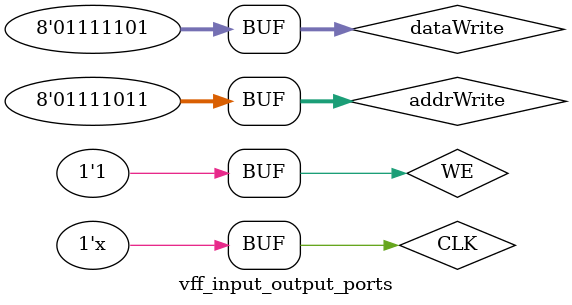
<source format=v>
`timescale 1ns / 1ps


module vff_input_output_ports;

	// Inputs
	reg [7:0] addrWrite;
	reg [7:0] dataWrite;
	reg WE;
	reg CLK;

	// Outputs
	wire [7:0] out_port;
	wire [7:0] out_ram;

	// Instantiate the Unit Under Test (UUT)
	input_output_ports uut (
		.addrWrite(addrWrite), 
		.dataWrite(dataWrite), 
		.WE(WE), 
		.CLK(CLK), 
		.out_port(out_port), 
		.out_ram(out_ram)
	);

	initial begin
		// Initialize Inputs
		addrWrite = 8'd44;
		dataWrite = 8'd125;
		WE = 0;
		CLK = 0;

		// Wait 100 ns for global reset to finish
		#100;
      WE=1;
		// Add stimulus here
		addrWrite = 8'd0;
		#20;
		addrWrite = 8'd123;
		#20;
	end
	
	
	always begin
	#5 CLK = ~CLK;
   end   
endmodule


</source>
